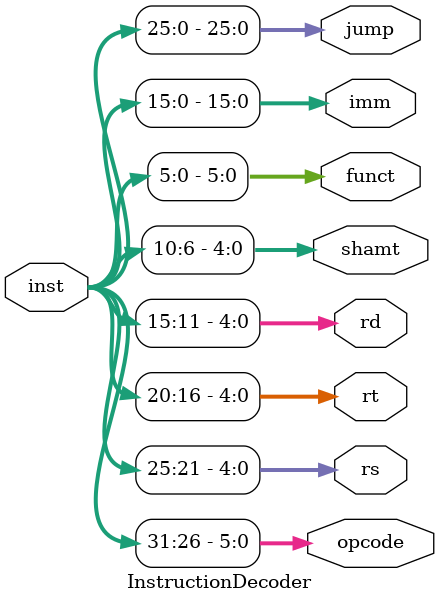
<source format=v>
`timescale 1ns / 1ps

module InstructionDecoder(
input [31:0]inst,
output [5:0] opcode,
output [4:0] rs,
output [4:0] rt,
output [4:0] rd,
output [4:0] shamt,
output [5:0] funct,
output [15:0] imm,
output [25:0] jump
    );
    
    assign opcode = inst[31:26];
    assign rs = inst[25:21];
    assign rt = inst[20:16];
    assign rd = inst[15:11];
    assign shamt = inst[10:6];
    assign funct = inst[5:0];
    assign imm = inst[15:0];
    assign jump = inst[25:0];
    
endmodule
</source>
